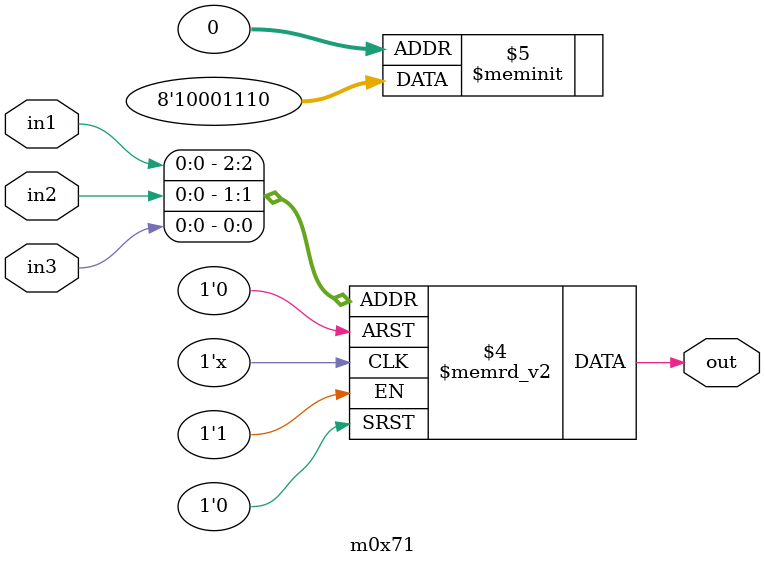
<source format=v>
module m0x71(output out, input in1, in2, in3);

   always @(in1, in2, in3)
     begin
        case({in1, in2, in3})
          3'b000: {out} = 1'b0;
          3'b001: {out} = 1'b1;
          3'b010: {out} = 1'b1;
          3'b011: {out} = 1'b1;
          3'b100: {out} = 1'b0;
          3'b101: {out} = 1'b0;
          3'b110: {out} = 1'b0;
          3'b111: {out} = 1'b1;
        endcase // case ({in1, in2, in3})
     end // always @ (in1, in2, in3)

endmodule // m0x71
</source>
